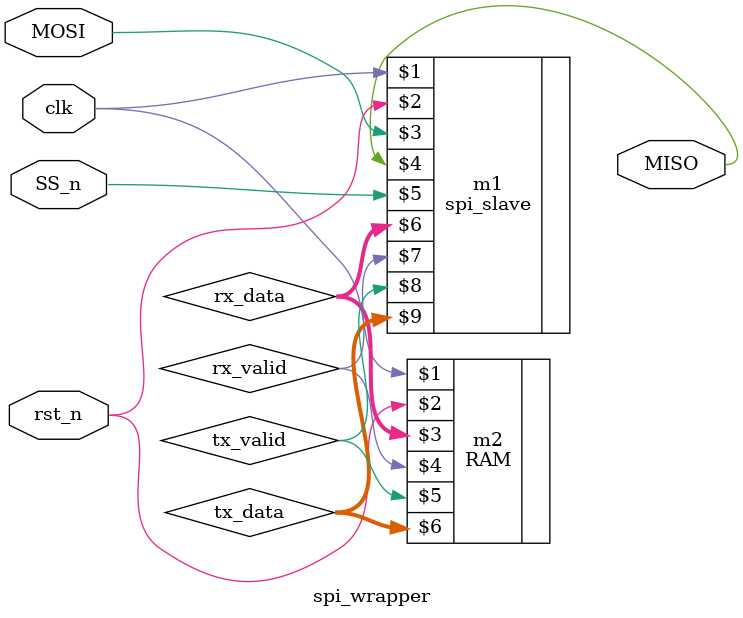
<source format=v>
module spi_wrapper(clk,rst_n, SS_n,MOSI,MISO);
input  clk,rst_n, SS_n,MOSI;
output MISO;
wire [9:0] rx_data;
wire rx_valid;
wire tx_valid;
wire [7:0] tx_data;
 spi_slave  m1 (clk,rst_n,MOSI,MISO,SS_n,rx_data,rx_valid,tx_valid,tx_data);
 RAM  m2 (clk,rst_n,rx_data,rx_valid,tx_valid,tx_data);

 endmodule

</source>
